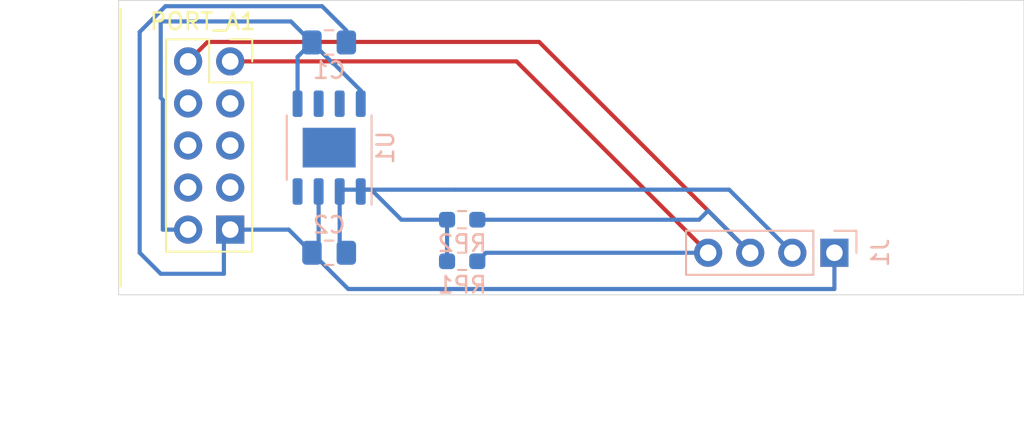
<source format=kicad_pcb>
(kicad_pcb (version 20171130) (host pcbnew "(5.1.12)-1")

  (general
    (thickness 1.6)
    (drawings 7)
    (tracks 52)
    (zones 0)
    (modules 7)
    (nets 12)
  )

  (page A4)
  (title_block
    (title "STK 600 Huckepack Platine BME280")
    (date 2021-11-20)
    (rev 1.0)
    (company "FH Bielefeld")
    (comment 1 "Philipp Husemann")
  )

  (layers
    (0 F.Cu signal)
    (31 B.Cu signal)
    (32 B.Adhes user)
    (33 F.Adhes user)
    (34 B.Paste user)
    (35 F.Paste user)
    (36 B.SilkS user)
    (37 F.SilkS user)
    (38 B.Mask user)
    (39 F.Mask user)
    (40 Dwgs.User user)
    (41 Cmts.User user)
    (42 Eco1.User user)
    (43 Eco2.User user)
    (44 Edge.Cuts user)
    (45 Margin user)
    (46 B.CrtYd user)
    (47 F.CrtYd user)
    (48 B.Fab user)
    (49 F.Fab user)
  )

  (setup
    (last_trace_width 0.25)
    (trace_clearance 0.2)
    (zone_clearance 0.508)
    (zone_45_only no)
    (trace_min 0.2)
    (via_size 0.8)
    (via_drill 0.4)
    (via_min_size 0.4)
    (via_min_drill 0.3)
    (uvia_size 0.3)
    (uvia_drill 0.1)
    (uvias_allowed no)
    (uvia_min_size 0.2)
    (uvia_min_drill 0.1)
    (edge_width 0.05)
    (segment_width 0.2)
    (pcb_text_width 0.3)
    (pcb_text_size 1.5 1.5)
    (mod_edge_width 0.12)
    (mod_text_size 1 1)
    (mod_text_width 0.15)
    (pad_size 1.7 1.7)
    (pad_drill 1)
    (pad_to_mask_clearance 0.051)
    (solder_mask_min_width 0.25)
    (aux_axis_origin 0 0)
    (visible_elements 7FFFFFFF)
    (pcbplotparams
      (layerselection 0x010fc_ffffffff)
      (usegerberextensions false)
      (usegerberattributes false)
      (usegerberadvancedattributes false)
      (creategerberjobfile false)
      (excludeedgelayer true)
      (linewidth 0.100000)
      (plotframeref false)
      (viasonmask false)
      (mode 1)
      (useauxorigin false)
      (hpglpennumber 1)
      (hpglpenspeed 20)
      (hpglpendiameter 15.000000)
      (psnegative false)
      (psa4output false)
      (plotreference true)
      (plotvalue true)
      (plotinvisibletext false)
      (padsonsilk false)
      (subtractmaskfromsilk false)
      (outputformat 1)
      (mirror false)
      (drillshape 1)
      (scaleselection 1)
      (outputdirectory ""))
  )

  (net 0 "")
  (net 1 "Net-(PORT_A1-Pad8)")
  (net 2 "Net-(PORT_A1-Pad7)")
  (net 3 "Net-(PORT_A1-Pad6)")
  (net 4 "Net-(PORT_A1-Pad5)")
  (net 5 "Net-(PORT_A1-Pad4)")
  (net 6 "Net-(PORT_A1-Pad3)")
  (net 7 /VCC)
  (net 8 /GND)
  (net 9 /SDA)
  (net 10 /SCL)
  (net 11 /VCC-3,3V)

  (net_class Default "Dies ist die voreingestellte Netzklasse."
    (clearance 0.2)
    (trace_width 0.25)
    (via_dia 0.8)
    (via_drill 0.4)
    (uvia_dia 0.3)
    (uvia_drill 0.1)
    (add_net /GND)
    (add_net /SCL)
    (add_net /SDA)
    (add_net /VCC)
    (add_net /VCC-3,3V)
    (add_net "Net-(PORT_A1-Pad3)")
    (add_net "Net-(PORT_A1-Pad4)")
    (add_net "Net-(PORT_A1-Pad5)")
    (add_net "Net-(PORT_A1-Pad6)")
    (add_net "Net-(PORT_A1-Pad7)")
    (add_net "Net-(PORT_A1-Pad8)")
  )

  (module Connector_PinSocket_2.54mm:PinSocket_1x04_P2.54mm_Vertical (layer B.Cu) (tedit 5A19A429) (tstamp 61993C8D)
    (at 106.68 90.17 90)
    (descr "Through hole straight socket strip, 1x04, 2.54mm pitch, single row (from Kicad 4.0.7), script generated")
    (tags "Through hole socket strip THT 1x04 2.54mm single row")
    (path /619AC274)
    (fp_text reference J1 (at 0 2.77 -90) (layer B.SilkS)
      (effects (font (size 1 1) (thickness 0.15)) (justify mirror))
    )
    (fp_text value Conn_01x04_Male (at -4.38 -10.39 -90) (layer B.Fab)
      (effects (font (size 1 1) (thickness 0.15)) (justify mirror))
    )
    (fp_line (start -1.27 1.27) (end 0.635 1.27) (layer B.Fab) (width 0.1))
    (fp_line (start 0.635 1.27) (end 1.27 0.635) (layer B.Fab) (width 0.1))
    (fp_line (start 1.27 0.635) (end 1.27 -8.89) (layer B.Fab) (width 0.1))
    (fp_line (start 1.27 -8.89) (end -1.27 -8.89) (layer B.Fab) (width 0.1))
    (fp_line (start -1.27 -8.89) (end -1.27 1.27) (layer B.Fab) (width 0.1))
    (fp_line (start -1.33 -1.27) (end 1.33 -1.27) (layer B.SilkS) (width 0.12))
    (fp_line (start -1.33 -1.27) (end -1.33 -8.95) (layer B.SilkS) (width 0.12))
    (fp_line (start -1.33 -8.95) (end 1.33 -8.95) (layer B.SilkS) (width 0.12))
    (fp_line (start 1.33 -1.27) (end 1.33 -8.95) (layer B.SilkS) (width 0.12))
    (fp_line (start 1.33 1.33) (end 1.33 0) (layer B.SilkS) (width 0.12))
    (fp_line (start 0 1.33) (end 1.33 1.33) (layer B.SilkS) (width 0.12))
    (fp_line (start -1.8 1.8) (end 1.75 1.8) (layer B.CrtYd) (width 0.05))
    (fp_line (start 1.75 1.8) (end 1.75 -9.4) (layer B.CrtYd) (width 0.05))
    (fp_line (start 1.75 -9.4) (end -1.8 -9.4) (layer B.CrtYd) (width 0.05))
    (fp_line (start -1.8 -9.4) (end -1.8 1.8) (layer B.CrtYd) (width 0.05))
    (fp_text user %R (at 2.54 -3.81) (layer B.Fab)
      (effects (font (size 1 1) (thickness 0.15)) (justify mirror))
    )
    (pad 4 thru_hole oval (at 0 -7.62 90) (size 1.7 1.7) (drill 1) (layers *.Cu *.Mask)
      (net 10 /SCL))
    (pad 3 thru_hole oval (at 0 -5.08 90) (size 1.7 1.7) (drill 1) (layers *.Cu *.Mask)
      (net 9 /SDA))
    (pad 2 thru_hole oval (at 0 -2.54 90) (size 1.7 1.7) (drill 1) (layers *.Cu *.Mask)
      (net 11 /VCC-3,3V))
    (pad 1 thru_hole rect (at 0 0 90) (size 1.7 1.7) (drill 1) (layers *.Cu *.Mask)
      (net 8 /GND))
    (model ${KISYS3DMOD}/Connector_PinSocket_2.54mm.3dshapes/PinSocket_1x04_P2.54mm_Vertical.wrl
      (at (xyz 0 0 0))
      (scale (xyz 1 1 1))
      (rotate (xyz 0 0 0))
    )
  )

  (module Connector_PinSocket_2.54mm:PinSocket_2x05_P2.54mm_Vertical (layer F.Cu) (tedit 619250C8) (tstamp 618D4DAB)
    (at 70.231 78.613)
    (descr "Through hole straight socket strip, 2x05, 2.54mm pitch, double cols (from Kicad 4.0.7), script generated")
    (tags "Through hole socket strip THT 2x05 2.54mm double row")
    (path /618D8315)
    (fp_text reference PORT_A1 (at -1.651 -2.413) (layer F.SilkS)
      (effects (font (size 1 1) (thickness 0.15)))
    )
    (fp_text value Conn_02x05_Odd_Even_MountingPin (at -0.381 17.907) (layer F.Fab)
      (effects (font (size 1 1) (thickness 0.15)))
    )
    (fp_line (start -3.81 -1.27) (end 0.27 -1.27) (layer F.Fab) (width 0.1))
    (fp_line (start 0.27 -1.27) (end 1.27 -0.27) (layer F.Fab) (width 0.1))
    (fp_line (start 1.27 -0.27) (end 1.27 11.43) (layer F.Fab) (width 0.1))
    (fp_line (start 1.27 11.43) (end -3.81 11.43) (layer F.Fab) (width 0.1))
    (fp_line (start -3.81 11.43) (end -3.81 -1.27) (layer F.Fab) (width 0.1))
    (fp_line (start -3.87 -1.33) (end -1.27 -1.33) (layer F.SilkS) (width 0.12))
    (fp_line (start -3.87 -1.33) (end -3.87 11.49) (layer F.SilkS) (width 0.12))
    (fp_line (start -3.87 11.49) (end 1.33 11.49) (layer F.SilkS) (width 0.12))
    (fp_line (start 1.33 1.27) (end 1.33 11.49) (layer F.SilkS) (width 0.12))
    (fp_line (start -1.27 1.27) (end 1.33 1.27) (layer F.SilkS) (width 0.12))
    (fp_line (start -1.27 -1.33) (end -1.27 1.27) (layer F.SilkS) (width 0.12))
    (fp_line (start 1.33 -1.33) (end 1.33 0) (layer F.SilkS) (width 0.12))
    (fp_line (start 0 -1.33) (end 1.33 -1.33) (layer F.SilkS) (width 0.12))
    (fp_line (start -4.34 -1.8) (end 1.76 -1.8) (layer F.CrtYd) (width 0.05))
    (fp_line (start 1.76 -1.8) (end 1.76 11.9) (layer F.CrtYd) (width 0.05))
    (fp_line (start 1.76 11.9) (end -4.34 11.9) (layer F.CrtYd) (width 0.05))
    (fp_line (start -4.34 11.9) (end -4.34 -1.8) (layer F.CrtYd) (width 0.05))
    (fp_text user %R (at -1.27 5.08 90) (layer F.Fab)
      (effects (font (size 1 1) (thickness 0.15)))
    )
    (pad 10 thru_hole oval (at -2.54 10.16) (size 1.7 1.7) (drill 1) (layers *.Cu *.Mask)
      (net 7 /VCC))
    (pad 9 thru_hole rect (at 0 10.16) (size 1.7 1.7) (drill 1) (layers *.Cu *.Mask)
      (net 8 /GND))
    (pad 8 thru_hole oval (at -2.54 7.62) (size 1.7 1.7) (drill 1) (layers *.Cu *.Mask)
      (net 1 "Net-(PORT_A1-Pad8)"))
    (pad 7 thru_hole oval (at 0 7.62) (size 1.7 1.7) (drill 1) (layers *.Cu *.Mask)
      (net 2 "Net-(PORT_A1-Pad7)"))
    (pad 6 thru_hole oval (at -2.54 5.08) (size 1.7 1.7) (drill 1) (layers *.Cu *.Mask)
      (net 3 "Net-(PORT_A1-Pad6)"))
    (pad 5 thru_hole oval (at 0 5.08) (size 1.7 1.7) (drill 1) (layers *.Cu *.Mask)
      (net 4 "Net-(PORT_A1-Pad5)"))
    (pad 4 thru_hole oval (at -2.54 2.54) (size 1.7 1.7) (drill 1) (layers *.Cu *.Mask)
      (net 5 "Net-(PORT_A1-Pad4)"))
    (pad 3 thru_hole oval (at 0 2.54) (size 1.7 1.7) (drill 1) (layers *.Cu *.Mask)
      (net 6 "Net-(PORT_A1-Pad3)"))
    (pad 2 thru_hole oval (at -2.54 0) (size 1.7 1.7) (drill 1) (layers *.Cu *.Mask)
      (net 9 /SDA))
    (pad 1 thru_hole oval (at 0 0) (size 1.7 1.7) (drill 1) (layers *.Cu *.Mask)
      (net 10 /SCL))
    (model ${KISYS3DMOD}/Connector_PinSocket_2.54mm.3dshapes/PinSocket_2x05_P2.54mm_Vertical.wrl
      (at (xyz 0 0 0))
      (scale (xyz 1 1 1))
      (rotate (xyz 0 0 0))
    )
  )

  (module Capacitor_SMD:C_0805_2012Metric_Pad1.18x1.45mm_HandSolder (layer B.Cu) (tedit 5F68FEEF) (tstamp 61992C6B)
    (at 76.2 77.47)
    (descr "Capacitor SMD 0805 (2012 Metric), square (rectangular) end terminal, IPC_7351 nominal with elongated pad for handsoldering. (Body size source: IPC-SM-782 page 76, https://www.pcb-3d.com/wordpress/wp-content/uploads/ipc-sm-782a_amendment_1_and_2.pdf, https://docs.google.com/spreadsheets/d/1BsfQQcO9C6DZCsRaXUlFlo91Tg2WpOkGARC1WS5S8t0/edit?usp=sharing), generated with kicad-footprint-generator")
    (tags "capacitor handsolder")
    (path /6199B174)
    (attr smd)
    (fp_text reference C1 (at 0 1.68) (layer B.SilkS)
      (effects (font (size 1 1) (thickness 0.15)) (justify mirror))
    )
    (fp_text value C (at 0 -1.68) (layer B.Fab)
      (effects (font (size 1 1) (thickness 0.15)) (justify mirror))
    )
    (fp_text user %R (at 0 0) (layer B.Fab)
      (effects (font (size 0.5 0.5) (thickness 0.08)) (justify mirror))
    )
    (fp_line (start -1 -0.625) (end -1 0.625) (layer B.Fab) (width 0.1))
    (fp_line (start -1 0.625) (end 1 0.625) (layer B.Fab) (width 0.1))
    (fp_line (start 1 0.625) (end 1 -0.625) (layer B.Fab) (width 0.1))
    (fp_line (start 1 -0.625) (end -1 -0.625) (layer B.Fab) (width 0.1))
    (fp_line (start -0.261252 0.735) (end 0.261252 0.735) (layer B.SilkS) (width 0.12))
    (fp_line (start -0.261252 -0.735) (end 0.261252 -0.735) (layer B.SilkS) (width 0.12))
    (fp_line (start -1.88 -0.98) (end -1.88 0.98) (layer B.CrtYd) (width 0.05))
    (fp_line (start -1.88 0.98) (end 1.88 0.98) (layer B.CrtYd) (width 0.05))
    (fp_line (start 1.88 0.98) (end 1.88 -0.98) (layer B.CrtYd) (width 0.05))
    (fp_line (start 1.88 -0.98) (end -1.88 -0.98) (layer B.CrtYd) (width 0.05))
    (pad 2 smd roundrect (at 1.0375 0) (size 1.175 1.45) (layers B.Cu B.Paste B.Mask) (roundrect_rratio 0.212766)
      (net 8 /GND))
    (pad 1 smd roundrect (at -1.0375 0) (size 1.175 1.45) (layers B.Cu B.Paste B.Mask) (roundrect_rratio 0.212766)
      (net 7 /VCC))
    (model ${KISYS3DMOD}/Capacitor_SMD.3dshapes/C_0805_2012Metric.wrl
      (at (xyz 0 0 0))
      (scale (xyz 1 1 1))
      (rotate (xyz 0 0 0))
    )
  )

  (module Capacitor_SMD:C_0805_2012Metric_Pad1.18x1.45mm_HandSolder (layer B.Cu) (tedit 5F68FEEF) (tstamp 61992C7C)
    (at 76.2 90.17 180)
    (descr "Capacitor SMD 0805 (2012 Metric), square (rectangular) end terminal, IPC_7351 nominal with elongated pad for handsoldering. (Body size source: IPC-SM-782 page 76, https://www.pcb-3d.com/wordpress/wp-content/uploads/ipc-sm-782a_amendment_1_and_2.pdf, https://docs.google.com/spreadsheets/d/1BsfQQcO9C6DZCsRaXUlFlo91Tg2WpOkGARC1WS5S8t0/edit?usp=sharing), generated with kicad-footprint-generator")
    (tags "capacitor handsolder")
    (path /6199B73C)
    (attr smd)
    (fp_text reference C2 (at 0 1.68) (layer B.SilkS)
      (effects (font (size 1 1) (thickness 0.15)) (justify mirror))
    )
    (fp_text value C (at 0 -1.68) (layer B.Fab)
      (effects (font (size 1 1) (thickness 0.15)) (justify mirror))
    )
    (fp_text user %R (at 0 0) (layer B.Fab)
      (effects (font (size 0.5 0.5) (thickness 0.08)) (justify mirror))
    )
    (fp_line (start 1.88 -0.98) (end -1.88 -0.98) (layer B.CrtYd) (width 0.05))
    (fp_line (start 1.88 0.98) (end 1.88 -0.98) (layer B.CrtYd) (width 0.05))
    (fp_line (start -1.88 0.98) (end 1.88 0.98) (layer B.CrtYd) (width 0.05))
    (fp_line (start -1.88 -0.98) (end -1.88 0.98) (layer B.CrtYd) (width 0.05))
    (fp_line (start -0.261252 -0.735) (end 0.261252 -0.735) (layer B.SilkS) (width 0.12))
    (fp_line (start -0.261252 0.735) (end 0.261252 0.735) (layer B.SilkS) (width 0.12))
    (fp_line (start 1 -0.625) (end -1 -0.625) (layer B.Fab) (width 0.1))
    (fp_line (start 1 0.625) (end 1 -0.625) (layer B.Fab) (width 0.1))
    (fp_line (start -1 0.625) (end 1 0.625) (layer B.Fab) (width 0.1))
    (fp_line (start -1 -0.625) (end -1 0.625) (layer B.Fab) (width 0.1))
    (pad 1 smd roundrect (at -1.0375 0 180) (size 1.175 1.45) (layers B.Cu B.Paste B.Mask) (roundrect_rratio 0.212766)
      (net 11 /VCC-3,3V))
    (pad 2 smd roundrect (at 1.0375 0 180) (size 1.175 1.45) (layers B.Cu B.Paste B.Mask) (roundrect_rratio 0.212766)
      (net 8 /GND))
    (model ${KISYS3DMOD}/Capacitor_SMD.3dshapes/C_0805_2012Metric.wrl
      (at (xyz 0 0 0))
      (scale (xyz 1 1 1))
      (rotate (xyz 0 0 0))
    )
  )

  (module Package_SO:HTSOP-8-1EP_3.9x4.9mm_P1.27mm_EP2.4x3.2mm (layer B.Cu) (tedit 5DC5FE74) (tstamp 61992C9B)
    (at 76.2 83.82 90)
    (descr "HTSOP, 8 Pin (https://media.digikey.com/pdf/Data%20Sheets/Rohm%20PDFs/BD9G341EFJ.pdf), generated with kicad-footprint-generator ipc_gullwing_generator.py")
    (tags "HTSOP SO")
    (path /6198F142)
    (attr smd)
    (fp_text reference U1 (at 0 3.4 -90) (layer B.SilkS)
      (effects (font (size 1 1) (thickness 0.15)) (justify mirror))
    )
    (fp_text value BD33GA5WEFJ (at 0 -3.4 -90) (layer B.Fab)
      (effects (font (size 1 1) (thickness 0.15)) (justify mirror))
    )
    (fp_text user %R (at 0 0 -90) (layer B.Fab)
      (effects (font (size 0.98 0.98) (thickness 0.15)) (justify mirror))
    )
    (fp_line (start 0 -2.56) (end 1.95 -2.56) (layer B.SilkS) (width 0.12))
    (fp_line (start 0 -2.56) (end -1.95 -2.56) (layer B.SilkS) (width 0.12))
    (fp_line (start 0 2.56) (end 1.95 2.56) (layer B.SilkS) (width 0.12))
    (fp_line (start 0 2.56) (end -3.45 2.56) (layer B.SilkS) (width 0.12))
    (fp_line (start -0.975 2.45) (end 1.95 2.45) (layer B.Fab) (width 0.1))
    (fp_line (start 1.95 2.45) (end 1.95 -2.45) (layer B.Fab) (width 0.1))
    (fp_line (start 1.95 -2.45) (end -1.95 -2.45) (layer B.Fab) (width 0.1))
    (fp_line (start -1.95 -2.45) (end -1.95 1.475) (layer B.Fab) (width 0.1))
    (fp_line (start -1.95 1.475) (end -0.975 2.45) (layer B.Fab) (width 0.1))
    (fp_line (start -3.7 2.7) (end -3.7 -2.7) (layer B.CrtYd) (width 0.05))
    (fp_line (start -3.7 -2.7) (end 3.7 -2.7) (layer B.CrtYd) (width 0.05))
    (fp_line (start 3.7 -2.7) (end 3.7 2.7) (layer B.CrtYd) (width 0.05))
    (fp_line (start 3.7 2.7) (end -3.7 2.7) (layer B.CrtYd) (width 0.05))
    (pad "" smd roundrect (at 0.6 -0.8 90) (size 0.97 1.29) (layers B.Paste) (roundrect_rratio 0.25))
    (pad "" smd roundrect (at 0.6 0.8 90) (size 0.97 1.29) (layers B.Paste) (roundrect_rratio 0.25))
    (pad "" smd roundrect (at -0.6 -0.8 90) (size 0.97 1.29) (layers B.Paste) (roundrect_rratio 0.25))
    (pad "" smd roundrect (at -0.6 0.8 90) (size 0.97 1.29) (layers B.Paste) (roundrect_rratio 0.25))
    (pad 9 smd rect (at 0 0 90) (size 2.4 3.2) (layers B.Cu B.Mask)
      (net 8 /GND))
    (pad 8 smd roundrect (at 2.65 1.905 90) (size 1.6 0.6) (layers B.Cu B.Paste B.Mask) (roundrect_rratio 0.25)
      (net 7 /VCC))
    (pad 7 smd roundrect (at 2.65 0.635 90) (size 1.6 0.6) (layers B.Cu B.Paste B.Mask) (roundrect_rratio 0.25)
      (net 8 /GND))
    (pad 6 smd roundrect (at 2.65 -0.635 90) (size 1.6 0.6) (layers B.Cu B.Paste B.Mask) (roundrect_rratio 0.25)
      (net 8 /GND))
    (pad 5 smd roundrect (at 2.65 -1.905 90) (size 1.6 0.6) (layers B.Cu B.Paste B.Mask) (roundrect_rratio 0.25)
      (net 7 /VCC))
    (pad 4 smd roundrect (at -2.65 -1.905 90) (size 1.6 0.6) (layers B.Cu B.Paste B.Mask) (roundrect_rratio 0.25)
      (net 8 /GND))
    (pad 3 smd roundrect (at -2.65 -0.635 90) (size 1.6 0.6) (layers B.Cu B.Paste B.Mask) (roundrect_rratio 0.25)
      (net 8 /GND))
    (pad 2 smd roundrect (at -2.65 0.635 90) (size 1.6 0.6) (layers B.Cu B.Paste B.Mask) (roundrect_rratio 0.25)
      (net 11 /VCC-3,3V))
    (pad 1 smd roundrect (at -2.65 1.905 90) (size 1.6 0.6) (layers B.Cu B.Paste B.Mask) (roundrect_rratio 0.25)
      (net 11 /VCC-3,3V))
    (model ${KISYS3DMOD}/Package_SO.3dshapes/HTSOP-8-1EP_3.9x4.9mm_P1.27mm_EP2.4x3.2mm.wrl
      (at (xyz 0 0 0))
      (scale (xyz 1 1 1))
      (rotate (xyz 0 0 0))
    )
  )

  (module Resistor_SMD:R_0603_1608Metric_Pad0.98x0.95mm_HandSolder (layer B.Cu) (tedit 5F68FEEE) (tstamp 619D671B)
    (at 84.225001 90.684999)
    (descr "Resistor SMD 0603 (1608 Metric), square (rectangular) end terminal, IPC_7351 nominal with elongated pad for handsoldering. (Body size source: IPC-SM-782 page 72, https://www.pcb-3d.com/wordpress/wp-content/uploads/ipc-sm-782a_amendment_1_and_2.pdf), generated with kicad-footprint-generator")
    (tags "resistor handsolder")
    (path /619D13CF)
    (attr smd)
    (fp_text reference RP1 (at 0 1.43) (layer B.SilkS)
      (effects (font (size 1 1) (thickness 0.15)) (justify mirror))
    )
    (fp_text value R (at 0 -1.43) (layer B.Fab)
      (effects (font (size 1 1) (thickness 0.15)) (justify mirror))
    )
    (fp_line (start 1.65 -0.73) (end -1.65 -0.73) (layer B.CrtYd) (width 0.05))
    (fp_line (start 1.65 0.73) (end 1.65 -0.73) (layer B.CrtYd) (width 0.05))
    (fp_line (start -1.65 0.73) (end 1.65 0.73) (layer B.CrtYd) (width 0.05))
    (fp_line (start -1.65 -0.73) (end -1.65 0.73) (layer B.CrtYd) (width 0.05))
    (fp_line (start -0.254724 -0.5225) (end 0.254724 -0.5225) (layer B.SilkS) (width 0.12))
    (fp_line (start -0.254724 0.5225) (end 0.254724 0.5225) (layer B.SilkS) (width 0.12))
    (fp_line (start 0.8 -0.4125) (end -0.8 -0.4125) (layer B.Fab) (width 0.1))
    (fp_line (start 0.8 0.4125) (end 0.8 -0.4125) (layer B.Fab) (width 0.1))
    (fp_line (start -0.8 0.4125) (end 0.8 0.4125) (layer B.Fab) (width 0.1))
    (fp_line (start -0.8 -0.4125) (end -0.8 0.4125) (layer B.Fab) (width 0.1))
    (fp_text user %R (at 0 0) (layer B.Fab)
      (effects (font (size 0.4 0.4) (thickness 0.06)) (justify mirror))
    )
    (pad 1 smd roundrect (at -0.9125 0) (size 0.975 0.95) (layers B.Cu B.Paste B.Mask) (roundrect_rratio 0.25)
      (net 11 /VCC-3,3V))
    (pad 2 smd roundrect (at 0.9125 0) (size 0.975 0.95) (layers B.Cu B.Paste B.Mask) (roundrect_rratio 0.25)
      (net 10 /SCL))
    (model ${KISYS3DMOD}/Resistor_SMD.3dshapes/R_0603_1608Metric.wrl
      (at (xyz 0 0 0))
      (scale (xyz 1 1 1))
      (rotate (xyz 0 0 0))
    )
  )

  (module Resistor_SMD:R_0603_1608Metric_Pad0.98x0.95mm_HandSolder (layer B.Cu) (tedit 5F68FEEE) (tstamp 619D672C)
    (at 84.225001 88.174999)
    (descr "Resistor SMD 0603 (1608 Metric), square (rectangular) end terminal, IPC_7351 nominal with elongated pad for handsoldering. (Body size source: IPC-SM-782 page 72, https://www.pcb-3d.com/wordpress/wp-content/uploads/ipc-sm-782a_amendment_1_and_2.pdf), generated with kicad-footprint-generator")
    (tags "resistor handsolder")
    (path /619D1918)
    (attr smd)
    (fp_text reference RP2 (at 0 1.43) (layer B.SilkS)
      (effects (font (size 1 1) (thickness 0.15)) (justify mirror))
    )
    (fp_text value R (at 0 -1.43) (layer B.Fab)
      (effects (font (size 1 1) (thickness 0.15)) (justify mirror))
    )
    (fp_text user %R (at 0 0) (layer B.Fab)
      (effects (font (size 0.4 0.4) (thickness 0.06)) (justify mirror))
    )
    (fp_line (start -0.8 -0.4125) (end -0.8 0.4125) (layer B.Fab) (width 0.1))
    (fp_line (start -0.8 0.4125) (end 0.8 0.4125) (layer B.Fab) (width 0.1))
    (fp_line (start 0.8 0.4125) (end 0.8 -0.4125) (layer B.Fab) (width 0.1))
    (fp_line (start 0.8 -0.4125) (end -0.8 -0.4125) (layer B.Fab) (width 0.1))
    (fp_line (start -0.254724 0.5225) (end 0.254724 0.5225) (layer B.SilkS) (width 0.12))
    (fp_line (start -0.254724 -0.5225) (end 0.254724 -0.5225) (layer B.SilkS) (width 0.12))
    (fp_line (start -1.65 -0.73) (end -1.65 0.73) (layer B.CrtYd) (width 0.05))
    (fp_line (start -1.65 0.73) (end 1.65 0.73) (layer B.CrtYd) (width 0.05))
    (fp_line (start 1.65 0.73) (end 1.65 -0.73) (layer B.CrtYd) (width 0.05))
    (fp_line (start 1.65 -0.73) (end -1.65 -0.73) (layer B.CrtYd) (width 0.05))
    (pad 2 smd roundrect (at 0.9125 0) (size 0.975 0.95) (layers B.Cu B.Paste B.Mask) (roundrect_rratio 0.25)
      (net 9 /SDA))
    (pad 1 smd roundrect (at -0.9125 0) (size 0.975 0.95) (layers B.Cu B.Paste B.Mask) (roundrect_rratio 0.25)
      (net 11 /VCC-3,3V))
    (model ${KISYS3DMOD}/Resistor_SMD.3dshapes/R_0603_1608Metric.wrl
      (at (xyz 0 0 0))
      (scale (xyz 1 1 1))
      (rotate (xyz 0 0 0))
    )
  )

  (gr_line (start 118.11 92.71) (end 114.3 92.71) (layer Edge.Cuts) (width 0.05) (tstamp 6198BD81))
  (gr_line (start 118.11 74.93) (end 118.11 92.71) (layer Edge.Cuts) (width 0.05))
  (gr_line (start 114.3 74.93) (end 118.11 74.93) (layer Edge.Cuts) (width 0.05))
  (gr_line (start 114.3 74.93) (end 63.5 74.93) (layer Edge.Cuts) (width 0.05) (tstamp 6192ACAE))
  (gr_line (start 63.5 92.71) (end 114.3 92.71) (layer Edge.Cuts) (width 0.05))
  (gr_line (start 63.5 74.93) (end 63.5 92.71) (layer Edge.Cuts) (width 0.05))
  (gr_line (start 63.627 75.438) (end 63.627 92.202) (layer F.SilkS) (width 0.12))

  (segment (start 74.295 78.3375) (end 74.295 81.17) (width 0.25) (layer B.Cu) (net 7))
  (segment (start 75.1625 77.47) (end 74.295 78.3375) (width 0.25) (layer B.Cu) (net 7))
  (segment (start 78.105 80.37) (end 76.475 78.74) (width 0.25) (layer B.Cu) (net 7))
  (segment (start 78.105 81.17) (end 78.105 80.37) (width 0.25) (layer B.Cu) (net 7))
  (segment (start 76.4325 78.74) (end 75.1625 77.47) (width 0.25) (layer B.Cu) (net 7))
  (segment (start 76.475 78.74) (end 76.4325 78.74) (width 0.25) (layer B.Cu) (net 7))
  (segment (start 73.8925 76.2) (end 75.1625 77.47) (width 0.25) (layer B.Cu) (net 7))
  (segment (start 66.04 76.2) (end 73.8925 76.2) (width 0.25) (layer B.Cu) (net 7))
  (segment (start 66.04 80.810998) (end 66.04 76.2) (width 0.25) (layer B.Cu) (net 7))
  (segment (start 66.167 80.937998) (end 66.04 80.810998) (width 0.25) (layer B.Cu) (net 7))
  (segment (start 66.167 88.773) (end 66.167 80.937998) (width 0.25) (layer B.Cu) (net 7))
  (segment (start 67.691 88.773) (end 66.167 88.773) (width 0.25) (layer B.Cu) (net 7))
  (segment (start 106.68 92.35999) (end 106.68 90.17) (width 0.25) (layer B.Cu) (net 8))
  (segment (start 75.565 89.7675) (end 75.1625 90.17) (width 0.25) (layer B.Cu) (net 8))
  (segment (start 75.565 86.47) (end 75.565 89.7675) (width 0.25) (layer B.Cu) (net 8))
  (segment (start 70.993 88.773) (end 70.231 88.773) (width 0.25) (layer B.Cu) (net 8))
  (segment (start 77.35249 92.35999) (end 75.1625 90.17) (width 0.25) (layer B.Cu) (net 8))
  (segment (start 106.68 92.35999) (end 77.35249 92.35999) (width 0.25) (layer B.Cu) (net 8))
  (segment (start 66.04 91.44) (end 69.85 91.44) (width 0.25) (layer B.Cu) (net 8))
  (segment (start 64.77 90.17) (end 66.04 91.44) (width 0.25) (layer B.Cu) (net 8))
  (segment (start 64.77 76.83359) (end 64.77 90.17) (width 0.25) (layer B.Cu) (net 8))
  (segment (start 69.85 89.154) (end 70.231 88.773) (width 0.25) (layer B.Cu) (net 8))
  (segment (start 69.85 91.44) (end 69.85 89.154) (width 0.25) (layer B.Cu) (net 8))
  (segment (start 75.77251 75.28001) (end 66.32358 75.28001) (width 0.25) (layer B.Cu) (net 8))
  (segment (start 66.32358 75.28001) (end 64.77 76.83359) (width 0.25) (layer B.Cu) (net 8))
  (segment (start 77.2375 76.745) (end 75.77251 75.28001) (width 0.25) (layer B.Cu) (net 8))
  (segment (start 77.2375 77.47) (end 77.2375 76.745) (width 0.25) (layer B.Cu) (net 8))
  (segment (start 73.7655 88.773) (end 75.1625 90.17) (width 0.25) (layer B.Cu) (net 8))
  (segment (start 70.231 88.773) (end 73.7655 88.773) (width 0.25) (layer B.Cu) (net 8))
  (segment (start 104.14 90.17) (end 100.33 86.36) (width 0.25) (layer B.Cu) (net 11))
  (segment (start 76.945 86.36) (end 76.835 86.47) (width 0.25) (layer B.Cu) (net 11))
  (segment (start 78.74 86.36) (end 76.945 86.36) (width 0.25) (layer B.Cu) (net 11))
  (segment (start 78.74 86.36) (end 78.215 86.36) (width 0.25) (layer B.Cu) (net 11))
  (segment (start 76.835 89.7675) (end 77.2375 90.17) (width 0.25) (layer B.Cu) (net 11))
  (segment (start 76.835 86.47) (end 76.835 89.7675) (width 0.25) (layer B.Cu) (net 11))
  (segment (start 88.867999 77.437999) (end 101.6 90.17) (width 0.25) (layer F.Cu) (net 9))
  (segment (start 68.866001 77.437999) (end 88.867999 77.437999) (width 0.25) (layer F.Cu) (net 9))
  (segment (start 67.691 78.613) (end 68.866001 77.437999) (width 0.25) (layer F.Cu) (net 9))
  (segment (start 101.6 90.17) (end 99.06 87.63) (width 0.25) (layer B.Cu) (net 9))
  (segment (start 98.515001 88.174999) (end 85.137501 88.174999) (width 0.25) (layer B.Cu) (net 9))
  (segment (start 99.06 87.63) (end 98.515001 88.174999) (width 0.25) (layer B.Cu) (net 9))
  (segment (start 69.85 78.232) (end 70.231 78.613) (width 0.25) (layer B.Cu) (net 10))
  (segment (start 87.503 78.613) (end 99.06 90.17) (width 0.25) (layer F.Cu) (net 10))
  (segment (start 70.231 78.613) (end 87.503 78.613) (width 0.25) (layer F.Cu) (net 10))
  (segment (start 85.6525 90.17) (end 85.137501 90.684999) (width 0.25) (layer B.Cu) (net 10))
  (segment (start 99.06 90.17) (end 85.6525 90.17) (width 0.25) (layer B.Cu) (net 10))
  (segment (start 83.312501 88.174999) (end 83.312501 90.684999) (width 0.25) (layer B.Cu) (net 11))
  (segment (start 80.554999 88.174999) (end 78.74 86.36) (width 0.25) (layer B.Cu) (net 11))
  (segment (start 83.312501 88.174999) (end 80.554999 88.174999) (width 0.25) (layer B.Cu) (net 11))
  (segment (start 83.82 86.36) (end 100.33 86.36) (width 0.25) (layer B.Cu) (net 11))
  (segment (start 78.215 86.36) (end 78.105 86.47) (width 0.25) (layer B.Cu) (net 11))
  (segment (start 83.82 86.36) (end 78.215 86.36) (width 0.25) (layer B.Cu) (net 11))

)

</source>
